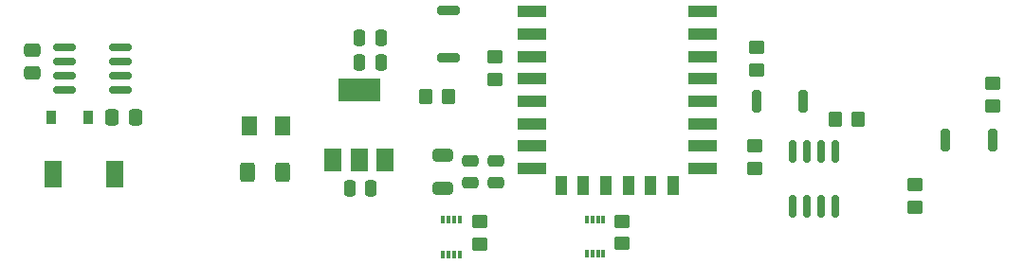
<source format=gbr>
%TF.GenerationSoftware,KiCad,Pcbnew,(6.0.8)*%
%TF.CreationDate,2022-10-05T23:25:23+02:00*%
%TF.ProjectId,DMX_ControllerBoard,444d585f-436f-46e7-9472-6f6c6c657242,rev?*%
%TF.SameCoordinates,Original*%
%TF.FileFunction,Paste,Top*%
%TF.FilePolarity,Positive*%
%FSLAX46Y46*%
G04 Gerber Fmt 4.6, Leading zero omitted, Abs format (unit mm)*
G04 Created by KiCad (PCBNEW (6.0.8)) date 2022-10-05 23:25:23*
%MOMM*%
%LPD*%
G01*
G04 APERTURE LIST*
G04 Aperture macros list*
%AMRoundRect*
0 Rectangle with rounded corners*
0 $1 Rounding radius*
0 $2 $3 $4 $5 $6 $7 $8 $9 X,Y pos of 4 corners*
0 Add a 4 corners polygon primitive as box body*
4,1,4,$2,$3,$4,$5,$6,$7,$8,$9,$2,$3,0*
0 Add four circle primitives for the rounded corners*
1,1,$1+$1,$2,$3*
1,1,$1+$1,$4,$5*
1,1,$1+$1,$6,$7*
1,1,$1+$1,$8,$9*
0 Add four rect primitives between the rounded corners*
20,1,$1+$1,$2,$3,$4,$5,0*
20,1,$1+$1,$4,$5,$6,$7,0*
20,1,$1+$1,$6,$7,$8,$9,0*
20,1,$1+$1,$8,$9,$2,$3,0*%
G04 Aperture macros list end*
%ADD10RoundRect,0.250000X-0.450000X0.350000X-0.450000X-0.350000X0.450000X-0.350000X0.450000X0.350000X0*%
%ADD11R,0.300000X0.800000*%
%ADD12RoundRect,0.250000X-0.337500X-0.475000X0.337500X-0.475000X0.337500X0.475000X-0.337500X0.475000X0*%
%ADD13R,0.900000X1.200000*%
%ADD14R,1.500000X2.400000*%
%ADD15RoundRect,0.249999X-0.350001X-0.450001X0.350001X-0.450001X0.350001X0.450001X-0.350001X0.450001X0*%
%ADD16RoundRect,0.200000X0.800000X-0.200000X0.800000X0.200000X-0.800000X0.200000X-0.800000X-0.200000X0*%
%ADD17RoundRect,0.150000X-0.150000X0.825000X-0.150000X-0.825000X0.150000X-0.825000X0.150000X0.825000X0*%
%ADD18RoundRect,0.150000X0.825000X0.150000X-0.825000X0.150000X-0.825000X-0.150000X0.825000X-0.150000X0*%
%ADD19RoundRect,0.250000X0.250000X0.475000X-0.250000X0.475000X-0.250000X-0.475000X0.250000X-0.475000X0*%
%ADD20RoundRect,0.250000X-0.475000X0.250000X-0.475000X-0.250000X0.475000X-0.250000X0.475000X0.250000X0*%
%ADD21RoundRect,0.250000X-0.250000X-0.475000X0.250000X-0.475000X0.250000X0.475000X-0.250000X0.475000X0*%
%ADD22RoundRect,0.250000X-0.475000X0.337500X-0.475000X-0.337500X0.475000X-0.337500X0.475000X0.337500X0*%
%ADD23R,2.500000X1.000000*%
%ADD24R,1.000000X1.800000*%
%ADD25RoundRect,0.250000X-0.462500X-0.625000X0.462500X-0.625000X0.462500X0.625000X-0.462500X0.625000X0*%
%ADD26RoundRect,0.250000X0.400000X0.625000X-0.400000X0.625000X-0.400000X-0.625000X0.400000X-0.625000X0*%
%ADD27RoundRect,0.249999X0.450001X-0.350001X0.450001X0.350001X-0.450001X0.350001X-0.450001X-0.350001X0*%
%ADD28RoundRect,0.249999X-0.450001X0.350001X-0.450001X-0.350001X0.450001X-0.350001X0.450001X0.350001X0*%
%ADD29RoundRect,0.200000X-0.200000X-0.800000X0.200000X-0.800000X0.200000X0.800000X-0.200000X0.800000X0*%
%ADD30RoundRect,0.200000X0.200000X0.800000X-0.200000X0.800000X-0.200000X-0.800000X0.200000X-0.800000X0*%
%ADD31R,1.500000X2.000000*%
%ADD32R,3.800000X2.000000*%
%ADD33RoundRect,0.250000X-0.650000X0.325000X-0.650000X-0.325000X0.650000X-0.325000X0.650000X0.325000X0*%
G04 APERTURE END LIST*
D10*
%TO.C,R10*%
X84582000Y-40122000D03*
X84582000Y-42122000D03*
%TD*%
D11*
%TO.C,U5*%
X81419000Y-43053000D03*
X81919000Y-43053000D03*
X82419000Y-43053000D03*
X82919000Y-43053000D03*
X82919000Y-39953000D03*
X82419000Y-39953000D03*
X81919000Y-39953000D03*
X81419000Y-39953000D03*
%TD*%
%TO.C,U3*%
X68592000Y-43079000D03*
X69092000Y-43079000D03*
X69592000Y-43079000D03*
X70092000Y-43079000D03*
X70092000Y-39979000D03*
X69592000Y-39979000D03*
X69092000Y-39979000D03*
X68592000Y-39979000D03*
%TD*%
D10*
%TO.C,R6*%
X71882000Y-40148000D03*
X71882000Y-42148000D03*
%TD*%
D12*
%TO.C,C13*%
X39031000Y-30797500D03*
X41106000Y-30797500D03*
%TD*%
D13*
%TO.C,D6*%
X33592500Y-30797500D03*
X36892500Y-30797500D03*
%TD*%
D14*
%TO.C,L3*%
X33762500Y-35877500D03*
X39262500Y-35877500D03*
%TD*%
D15*
%TO.C,R3*%
X67088000Y-28956000D03*
X69088000Y-28956000D03*
%TD*%
D16*
%TO.C,SW1*%
X69088000Y-25463500D03*
X69088000Y-21263500D03*
%TD*%
D17*
%TO.C,U2*%
X103644700Y-33847000D03*
X102374700Y-33847000D03*
X101104700Y-33847000D03*
X99834700Y-33847000D03*
X99834700Y-38797000D03*
X101104700Y-38797000D03*
X102374700Y-38797000D03*
X103644700Y-38797000D03*
%TD*%
D18*
%TO.C,U4*%
X39749500Y-28384500D03*
X39749500Y-27114500D03*
X39749500Y-25844500D03*
X39749500Y-24574500D03*
X34799500Y-24574500D03*
X34799500Y-25844500D03*
X34799500Y-27114500D03*
X34799500Y-28384500D03*
%TD*%
D19*
%TO.C,C1*%
X62164000Y-37211000D03*
X60264000Y-37211000D03*
%TD*%
D20*
%TO.C,C3*%
X73279000Y-34737000D03*
X73279000Y-36637000D03*
%TD*%
D21*
%TO.C,C4*%
X61153000Y-23749000D03*
X63053000Y-23749000D03*
%TD*%
D15*
%TO.C,R1*%
X103625900Y-31000700D03*
X105625900Y-31000700D03*
%TD*%
D22*
%TO.C,C11*%
X31940500Y-24807000D03*
X31940500Y-26882000D03*
%TD*%
D23*
%TO.C,U8*%
X76537500Y-21392000D03*
X76537500Y-23392000D03*
X76537500Y-25392000D03*
X76537500Y-27392000D03*
X76537500Y-29392000D03*
X76537500Y-31392000D03*
X76537500Y-33392000D03*
X76537500Y-35392000D03*
D24*
X79137500Y-36892000D03*
X81137500Y-36892000D03*
X83137500Y-36892000D03*
X85137500Y-36892000D03*
X87137500Y-36892000D03*
X89137500Y-36892000D03*
D23*
X91737500Y-35392000D03*
X91737500Y-33392000D03*
X91737500Y-31392000D03*
X91737500Y-29392000D03*
X91737500Y-27392000D03*
X91737500Y-25392000D03*
X91737500Y-23392000D03*
X91737500Y-21392000D03*
%TD*%
D25*
%TO.C,D1*%
X51281000Y-31623000D03*
X54256000Y-31623000D03*
%TD*%
D26*
%TO.C,R8*%
X54255000Y-35750500D03*
X51155000Y-35750500D03*
%TD*%
D27*
%TO.C,R2*%
X73215500Y-27416000D03*
X73215500Y-25416000D03*
%TD*%
D28*
%TO.C,R5*%
X96583500Y-24590500D03*
X96583500Y-26590500D03*
%TD*%
D29*
%TO.C,SW2*%
X96579000Y-29400500D03*
X100779000Y-29400500D03*
%TD*%
D27*
%TO.C,R7*%
X96393000Y-35417000D03*
X96393000Y-33417000D03*
%TD*%
D28*
%TO.C,R9*%
X117652800Y-27803600D03*
X117652800Y-29803600D03*
%TD*%
D30*
%TO.C,SW3*%
X117681200Y-32879600D03*
X113481200Y-32879600D03*
%TD*%
D27*
%TO.C,R4*%
X110744000Y-38846000D03*
X110744000Y-36846000D03*
%TD*%
D31*
%TO.C,U1*%
X58787000Y-34646000D03*
X61087000Y-34646000D03*
D32*
X61087000Y-28346000D03*
D31*
X63387000Y-34646000D03*
%TD*%
D21*
%TO.C,C2*%
X61153000Y-25908000D03*
X63053000Y-25908000D03*
%TD*%
D33*
%TO.C,C6*%
X68580000Y-34212000D03*
X68580000Y-37162000D03*
%TD*%
D20*
%TO.C,C5*%
X70993000Y-34737000D03*
X70993000Y-36637000D03*
%TD*%
M02*

</source>
